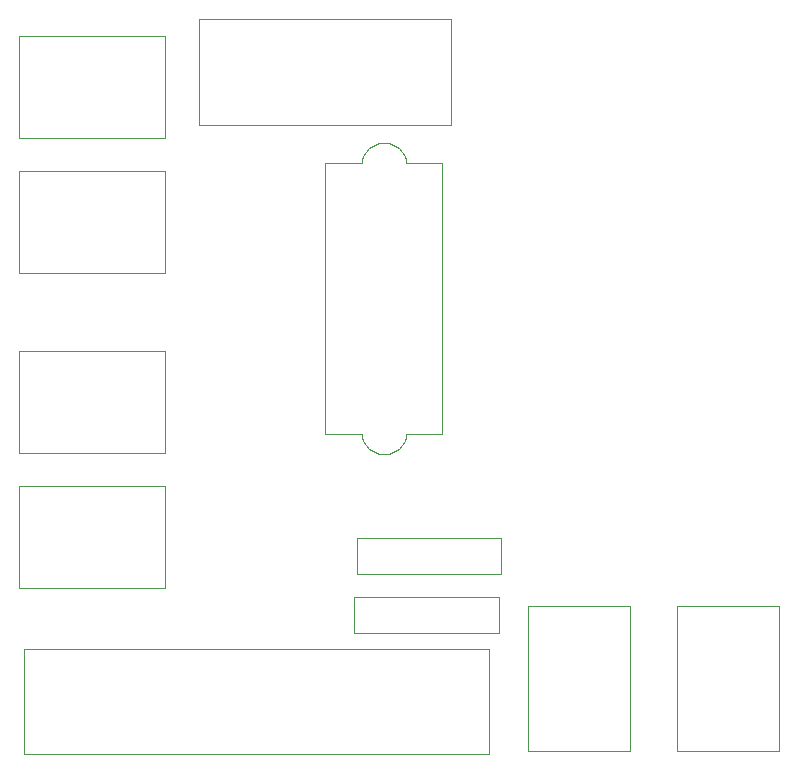
<source format=gbr>
G04 #@! TF.GenerationSoftware,KiCad,Pcbnew,(5.0.1)-4*
G04 #@! TF.CreationDate,2021-02-12T09:32:39+01:00*
G04 #@! TF.ProjectId,R_partiteur,52E97061727469746575722E6B696361,rev?*
G04 #@! TF.SameCoordinates,PX8e18f40PY848f8c0*
G04 #@! TF.FileFunction,Other,User*
%FSLAX46Y46*%
G04 Gerber Fmt 4.6, Leading zero omitted, Abs format (unit mm)*
G04 Created by KiCad (PCBNEW (5.0.1)-4) date 12/02/2021 09:32:39*
%MOMM*%
%LPD*%
G01*
G04 APERTURE LIST*
%ADD10C,0.050000*%
G04 APERTURE END LIST*
D10*
G04 #@! TO.C,J8*
X64800000Y1450000D02*
X64800000Y13800000D01*
X56150000Y1450000D02*
X64800000Y1450000D01*
X56150000Y13800000D02*
X56150000Y1450000D01*
X64800000Y13800000D02*
X56150000Y13800000D01*
G04 #@! TO.C,J1*
X15720000Y63490000D02*
X15720000Y54490000D01*
X15720000Y54490000D02*
X37040000Y54490000D01*
X37040000Y54490000D02*
X37040000Y63490000D01*
X37040000Y63490000D02*
X15720000Y63490000D01*
G04 #@! TO.C,J2*
X40230000Y1205000D02*
X40230000Y10095000D01*
X40230000Y10095000D02*
X860000Y10095000D01*
X860000Y10095000D02*
X860000Y1205000D01*
X860000Y1205000D02*
X40230000Y1205000D01*
G04 #@! TO.C,J3*
X12820000Y15280000D02*
X12820000Y23930000D01*
X12820000Y23930000D02*
X470000Y23930000D01*
X470000Y23930000D02*
X470000Y15280000D01*
X470000Y15280000D02*
X12820000Y15280000D01*
G04 #@! TO.C,J4*
X470000Y26710000D02*
X12820000Y26710000D01*
X470000Y35360000D02*
X470000Y26710000D01*
X12820000Y35360000D02*
X470000Y35360000D01*
X12820000Y26710000D02*
X12820000Y35360000D01*
G04 #@! TO.C,J5*
X12820000Y41950000D02*
X12820000Y50600000D01*
X12820000Y50600000D02*
X470000Y50600000D01*
X470000Y50600000D02*
X470000Y41950000D01*
X470000Y41950000D02*
X12820000Y41950000D01*
G04 #@! TO.C,J6*
X470000Y53380000D02*
X12820000Y53380000D01*
X470000Y62030000D02*
X470000Y53380000D01*
X12820000Y62030000D02*
X470000Y62030000D01*
X12820000Y53380000D02*
X12820000Y62030000D01*
G04 #@! TO.C,J7*
X52190000Y13800000D02*
X43540000Y13800000D01*
X43540000Y13800000D02*
X43540000Y1450000D01*
X43540000Y1450000D02*
X52190000Y1450000D01*
X52190000Y1450000D02*
X52190000Y13800000D01*
G04 #@! TO.C,F1*
X36290000Y28360000D02*
X33190000Y28360000D01*
X36290000Y51260000D02*
X36290000Y28360000D01*
X26390000Y28360000D02*
X26390000Y51260000D01*
X29490000Y28360000D02*
X26390000Y28360000D01*
X29490000Y51260000D02*
X26390000Y51260000D01*
X33190000Y51260000D02*
X36290000Y51260000D01*
X29490000Y51260000D02*
X29490000Y51510000D01*
X31790000Y52960000D02*
X30890000Y52960000D01*
X30890000Y52960000D02*
X30090000Y52560000D01*
X30090000Y52560000D02*
X29590000Y51860000D01*
X29590000Y51860000D02*
X29490000Y51510000D01*
X33190000Y51260000D02*
X33190000Y51510000D01*
X33190000Y51510000D02*
X33090000Y51860000D01*
X33090000Y51860000D02*
X32590000Y52560000D01*
X32590000Y52560000D02*
X31790000Y52960000D01*
X29490000Y28360000D02*
X29490000Y28110000D01*
X29490000Y28110000D02*
X29590000Y27760000D01*
X29590000Y27760000D02*
X30090000Y27060000D01*
X30890000Y26660000D02*
X31790000Y26660000D01*
X32590000Y27060000D02*
X33090000Y27760000D01*
X33090000Y27760000D02*
X33190000Y28110000D01*
X33190000Y28110000D02*
X33190000Y28360000D01*
X32590000Y27060000D02*
X31790000Y26660000D01*
X30890000Y26660000D02*
X30090000Y27060000D01*
G04 #@! TO.C,R1*
X41050000Y11500000D02*
X41050000Y14500000D01*
X41050000Y14500000D02*
X28790000Y14500000D01*
X28790000Y14500000D02*
X28790000Y11500000D01*
X28790000Y11500000D02*
X41050000Y11500000D01*
G04 #@! TO.C,R2*
X29020000Y16500000D02*
X41280000Y16500000D01*
X29020000Y19500000D02*
X29020000Y16500000D01*
X41280000Y19500000D02*
X29020000Y19500000D01*
X41280000Y16500000D02*
X41280000Y19500000D01*
G04 #@! TD*
M02*

</source>
